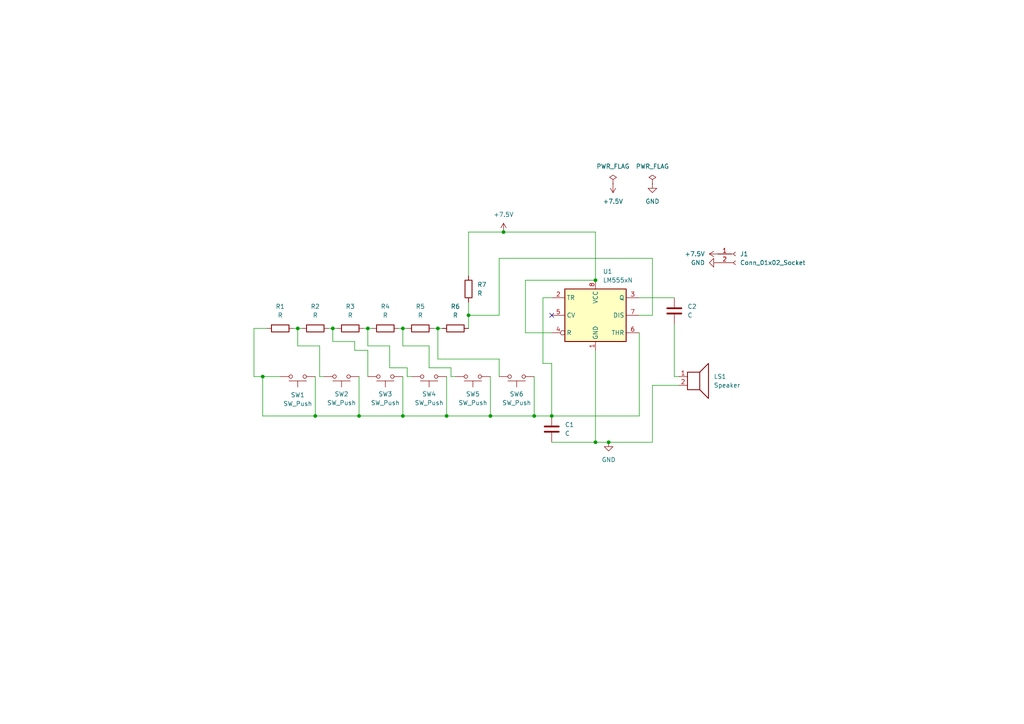
<source format=kicad_sch>
(kicad_sch (version 20250114) (generator "eeschema") (generator_version "9.0")
  (paper "A4")
  (lib_symbols
    (symbol "Connector:Conn_01x02_Socket" (pin_names (offset 1.016) (hide yes))
      (property "Reference" "J" (at 0 2.54 0))
      (property "Value" "Conn_01x02_Socket" (at 0 -5.08 0))
      (symbol "Conn_01x02_Socket_1_1"
        (polyline (pts (xy -1.27 0) (xy -0.508 0)) (stroke (width 0.1524)))
        (polyline (pts (xy -1.27 -2.54) (xy -0.508 -2.54)) (stroke (width 0.1524)))
        (arc (start 0 -0.508) (mid -0.5058 0) (end 0 0.508) (stroke (width 0.1524)))
        (arc (start 0 -3.048) (mid -0.5058 -2.54) (end 0 -2.032) (stroke (width 0.1524)))
        (pin passive line (at -5.08 0 0) (length 3.81) (name "Pin_1") (number "1"))
        (pin passive line (at -5.08 -2.54 0) (length 3.81) (name "Pin_2") (number "2"))
      )
    )
    (symbol "Device:C" (pin_numbers (hide yes)) (pin_names (offset 0.254))
      (property "Reference" "C" (at 0.635 2.54 0))
      (property "Value" "C" (at 0.635 -2.54 0))
      (symbol "C_0_1"
        (polyline (pts (xy -2.032 0.762) (xy 2.032 0.762)) (stroke (width 0.508)))
        (polyline (pts (xy -2.032 -0.762) (xy 2.032 -0.762)) (stroke (width 0.508)))
      )
      (symbol "C_1_1"
        (pin passive line (at 0 3.81 270) (length 2.794) (name "~") (number "1"))
        (pin passive line (at 0 -3.81 90) (length 2.794) (name "~") (number "2"))
      )
    )
    (symbol "Device:R" (pin_numbers (hide yes)) (pin_names (offset 0))
      (property "Reference" "R" (at 2.032 0 90))
      (property "Value" "R" (at 0 0 90))
      (symbol "R_0_1"
        (rectangle (start -1.016 -2.54) (end 1.016 2.54) (stroke (width 0.254)))
      )
      (symbol "R_1_1"
        (pin passive line (at 0 3.81 270) (length 1.27) (name "~") (number "1"))
        (pin passive line (at 0 -3.81 90) (length 1.27) (name "~") (number "2"))
      )
    )
    (symbol "Device:Speaker" (pin_names (offset 0) (hide yes))
      (property "Reference" "LS" (at 1.27 5.715 0))
      (property "Value" "Speaker" (at 1.27 3.81 0))
      (symbol "Speaker_0_0"
        (rectangle (start -2.54 1.27) (end 1.016 -3.81) (stroke (width 0.254)))
        (polyline (pts (xy 1.016 1.27) (xy 3.556 3.81) (xy 3.556 -6.35) (xy 1.016 -3.81)) (stroke (width 0.254)))
      )
      (symbol "Speaker_1_1"
        (pin input line (at -5.08 0 0) (length 2.54) (name "1") (number "1"))
        (pin input line (at -5.08 -2.54 0) (length 2.54) (name "2") (number "2"))
      )
    )
    (symbol "Switch:SW_Push" (pin_numbers (hide yes)) (pin_names (offset 1.016) (hide yes))
      (property "Reference" "SW" (at 1.27 2.54 0))
      (property "Value" "SW_Push" (at 0 -1.524 0))
      (symbol "SW_Push_0_1"
        (circle (center -2.032 0) (radius 0.508))
        (polyline (pts (xy 0 1.27) (xy 0 3.048)))
        (circle (center 2.032 0) (radius 0.508))
        (polyline (pts (xy 2.54 1.27) (xy -2.54 1.27)))
        (pin passive line (at -5.08 0 0) (length 2.54) (name "1") (number "1"))
        (pin passive line (at 5.08 0 180) (length 2.54) (name "2") (number "2"))
      )
    )
    (symbol "Timer:LM555xN"
      (property "Reference" "U" (at -10.16 8.89 0))
      (property "Value" "LM555xN" (at 2.54 8.89 0))
      (symbol "LM555xN_0_0"
        (pin power_in line (at 0 10.16 270) (length 2.54) (name "VCC") (number "8"))
        (pin power_in line (at 0 -10.16 90) (length 2.54) (name "GND") (number "1"))
      )
      (symbol "LM555xN_0_1"
        (rectangle (start -8.89 -7.62) (end 8.89 7.62) (stroke (width 0.254)) (fill (type background)))
        (rectangle (start -8.89 -7.62) (end 8.89 7.62) (stroke (width 0.254)) (fill (type background)))
      )
      (symbol "LM555xN_1_1"
        (pin input line (at -12.7 5.08 0) (length 3.81) (name "TR") (number "2"))
        (pin input line (at -12.7 0 0) (length 3.81) (name "CV") (number "5"))
        (pin input inverted (at -12.7 -5.08 0) (length 3.81) (name "R") (number "4"))
        (pin output line (at 12.7 5.08 180) (length 3.81) (name "Q") (number "3"))
        (pin input line (at 12.7 0 180) (length 3.81) (name "DIS") (number "7"))
        (pin input line (at 12.7 -5.08 180) (length 3.81) (name "THR") (number "6"))
      )
    )
    (symbol "power:+7.5V" (power) (pin_numbers (hide yes)) (pin_names (offset 0) (hide yes))
      (property "Value" "+7.5V" (at 0 3.556 0))
      (symbol "+7.5V_0_1"
        (polyline (pts (xy -0.762 1.27) (xy 0 2.54)))
        (polyline (pts (xy 0 2.54) (xy 0.762 1.27)))
        (polyline (pts (xy 0 0) (xy 0 2.54)))
      )
      (symbol "+7.5V_1_1"
        (pin power_in line (at 0 0 90) (length 0) (name "~") (number "1"))
      )
    )
    (symbol "power:GND" (power) (pin_numbers (hide yes)) (pin_names (offset 0) (hide yes))
      (property "Value" "GND" (at 0 -3.81 0))
      (symbol "GND_0_1"
        (polyline (pts (xy 0 0) (xy 0 -1.27) (xy 1.27 -1.27) (xy 0 -2.54) (xy -1.27 -1.27) (xy 0 -1.27)))
      )
      (symbol "GND_1_1"
        (pin power_in line (at 0 0 270) (length 0) (name "~") (number "1"))
      )
    )
    (symbol "power:PWR_FLAG" (power) (pin_numbers (hide yes)) (pin_names (offset 0) (hide yes))
      (property "Value" "PWR_FLAG" (at 0 3.81 0))
      (symbol "PWR_FLAG_0_0"
        (pin power_out line (at 0 0 90) (length 0) (name "~") (number "1"))
      )
      (symbol "PWR_FLAG_0_1"
        (polyline (pts (xy 0 0) (xy 0 1.27) (xy -1.016 1.905) (xy 0 2.54) (xy 1.016 1.905) (xy 0 1.27)))
      )
    )
  )
  (junction (at 160.02 120.65))
  (junction (at 96.52 95.25))
  (junction (at 116.84 95.25))
  (junction (at 154.94 120.65))
  (junction (at 142.24 120.65))
  (junction (at 86.36 95.25))
  (junction (at 146.05 67.31))
  (junction (at 129.54 120.65))
  (junction (at 172.72 81.28))
  (junction (at 76.2 109.22))
  (junction (at 127 95.25))
  (junction (at 116.84 120.65))
  (junction (at 135.89 91.44))
  (junction (at 91.44 120.65))
  (junction (at 104.14 120.65))
  (junction (at 172.72 128.27))
  (junction (at 106.68 95.25))
  (junction (at 176.53 128.27))
  (no_connect (at 160.02 91.44))
  (wire (pts (xy 118.11 106.68) (xy 118.11 109.22)))
  (wire (pts (xy 195.58 93.98) (xy 195.58 109.22)))
  (wire (pts (xy 116.84 100.33) (xy 124.46 100.33)))
  (wire (pts (xy 189.23 111.76) (xy 189.23 128.27)))
  (wire (pts (xy 127 104.14) (xy 127 95.25)))
  (wire (pts (xy 185.42 120.65) (xy 160.02 120.65)))
  (wire (pts (xy 104.14 109.22) (xy 104.14 120.65)))
  (wire (pts (xy 124.46 106.68) (xy 130.81 106.68)))
  (wire (pts (xy 116.84 120.65) (xy 129.54 120.65)))
  (wire (pts (xy 195.58 109.22) (xy 196.85 109.22)))
  (wire (pts (xy 96.52 99.06) (xy 96.52 95.25)))
  (wire (pts (xy 142.24 109.22) (xy 142.24 120.65)))
  (wire (pts (xy 189.23 128.27) (xy 176.53 128.27)))
  (wire (pts (xy 127 95.25) (xy 128.27 95.25)))
  (wire (pts (xy 129.54 109.22) (xy 129.54 120.65)))
  (wire (pts (xy 104.14 120.65) (xy 116.84 120.65)))
  (wire (pts (xy 96.52 95.25) (xy 97.79 95.25)))
  (wire (pts (xy 86.36 95.25) (xy 86.36 100.33)))
  (wire (pts (xy 135.89 87.63) (xy 135.89 91.44)))
  (wire (pts (xy 142.24 120.65) (xy 154.94 120.65)))
  (wire (pts (xy 95.25 95.25) (xy 96.52 95.25)))
  (wire (pts (xy 135.89 80.01) (xy 135.89 67.31)))
  (wire (pts (xy 135.89 91.44) (xy 135.89 95.25)))
  (wire (pts (xy 76.2 109.22) (xy 76.2 120.65)))
  (wire (pts (xy 106.68 100.33) (xy 106.68 95.25)))
  (wire (pts (xy 144.78 74.93) (xy 144.78 91.44)))
  (wire (pts (xy 102.87 99.06) (xy 96.52 99.06)))
  (wire (pts (xy 144.78 104.14) (xy 127 104.14)))
  (wire (pts (xy 135.89 67.31) (xy 146.05 67.31)))
  (wire (pts (xy 105.41 95.25) (xy 106.68 95.25)))
  (wire (pts (xy 185.42 91.44) (xy 189.23 91.44)))
  (wire (pts (xy 92.71 100.33) (xy 86.36 100.33)))
  (wire (pts (xy 189.23 91.44) (xy 189.23 74.93)))
  (wire (pts (xy 144.78 109.22) (xy 144.78 104.14)))
  (wire (pts (xy 92.71 109.22) (xy 92.71 100.33)))
  (wire (pts (xy 132.08 109.22) (xy 130.81 109.22)))
  (wire (pts (xy 157.48 86.36) (xy 157.48 105.41)))
  (wire (pts (xy 116.84 100.33) (xy 116.84 95.25)))
  (wire (pts (xy 106.68 109.22) (xy 106.68 101.6)))
  (wire (pts (xy 185.42 86.36) (xy 195.58 86.36)))
  (wire (pts (xy 172.72 101.6) (xy 172.72 128.27)))
  (wire (pts (xy 154.94 109.22) (xy 154.94 120.65)))
  (wire (pts (xy 106.68 101.6) (xy 102.87 101.6)))
  (wire (pts (xy 76.2 120.65) (xy 91.44 120.65)))
  (wire (pts (xy 129.54 120.65) (xy 142.24 120.65)))
  (wire (pts (xy 73.66 95.25) (xy 73.66 109.22)))
  (wire (pts (xy 106.68 100.33) (xy 113.03 100.33)))
  (wire (pts (xy 152.4 81.28) (xy 172.72 81.28)))
  (wire (pts (xy 189.23 74.93) (xy 144.78 74.93)))
  (wire (pts (xy 125.73 95.25) (xy 127 95.25)))
  (wire (pts (xy 106.68 95.25) (xy 107.95 95.25)))
  (wire (pts (xy 115.57 95.25) (xy 116.84 95.25)))
  (wire (pts (xy 185.42 96.52) (xy 185.42 120.65)))
  (wire (pts (xy 113.03 106.68) (xy 118.11 106.68)))
  (wire (pts (xy 160.02 96.52) (xy 152.4 96.52)))
  (wire (pts (xy 172.72 67.31) (xy 146.05 67.31)))
  (wire (pts (xy 91.44 120.65) (xy 104.14 120.65)))
  (wire (pts (xy 76.2 109.22) (xy 81.28 109.22)))
  (wire (pts (xy 172.72 67.31) (xy 172.72 81.28)))
  (wire (pts (xy 160.02 86.36) (xy 157.48 86.36)))
  (wire (pts (xy 86.36 95.25) (xy 87.63 95.25)))
  (wire (pts (xy 93.98 109.22) (xy 92.71 109.22)))
  (wire (pts (xy 119.38 109.22) (xy 118.11 109.22)))
  (wire (pts (xy 154.94 120.65) (xy 160.02 120.65)))
  (wire (pts (xy 73.66 109.22) (xy 76.2 109.22)))
  (wire (pts (xy 124.46 100.33) (xy 124.46 106.68)))
  (wire (pts (xy 144.78 91.44) (xy 135.89 91.44)))
  (wire (pts (xy 172.72 128.27) (xy 176.53 128.27)))
  (wire (pts (xy 160.02 128.27) (xy 172.72 128.27)))
  (wire (pts (xy 85.09 95.25) (xy 86.36 95.25)))
  (wire (pts (xy 77.47 95.25) (xy 73.66 95.25)))
  (wire (pts (xy 152.4 96.52) (xy 152.4 81.28)))
  (wire (pts (xy 116.84 95.25) (xy 118.11 95.25)))
  (wire (pts (xy 130.81 106.68) (xy 130.81 109.22)))
  (wire (pts (xy 160.02 105.41) (xy 160.02 120.65)))
  (wire (pts (xy 116.84 109.22) (xy 116.84 120.65)))
  (wire (pts (xy 91.44 109.22) (xy 91.44 120.65)))
  (wire (pts (xy 157.48 105.41) (xy 160.02 105.41)))
  (wire (pts (xy 113.03 100.33) (xy 113.03 106.68)))
  (wire (pts (xy 102.87 101.6) (xy 102.87 99.06)))
  (wire (pts (xy 196.85 111.76) (xy 189.23 111.76)))
  (symbol (lib_id "Switch:SW_Push") (at 124.46 109.22 180) (unit 1)
    (property "Reference" "SW4" (at 124.46 114.3 0))
    (property "Value" "SW_Push" (at 124.46 116.84 0))
    (property "Footprint" "Button_Switch_THT:SW_PUSH_6mm_H8mm" (effects (hide yes)))
    (property "Description" "Push button switch, generic, two pins" (effects (hide yes)))
  )
  (symbol (lib_id "Device:R") (at 91.44 95.25 90) (unit 1)
    (property "Reference" "R2" (at 91.44 88.9 90))
    (property "Value" "R" (at 91.44 91.44 90))
    (property "Footprint" "Resistor_THT:R_Axial_DIN0207_L6.3mm_D2.5mm_P10.16mm_Horizontal" (effects (hide yes)))
    (property "Description" "Resistor" (effects (hide yes)))
  )
  (symbol (lib_id "Device:C") (at 160.02 124.46 0) (unit 1)
    (property "Reference" "C1" (at 163.83 123.1899 0) (effects (justify left)))
    (property "Value" "C" (at 163.83 125.7299 0) (effects (justify left)))
    (property "Footprint" "Capacitor_THT:C_Disc_D5.0mm_W2.5mm_P5.00mm" (effects (hide yes)))
    (property "Description" "Unpolarized capacitor" (effects (hide yes)))
  )
  (symbol (lib_id "Switch:SW_Push") (at 99.06 109.22 180) (unit 1)
    (property "Reference" "SW2" (at 99.06 114.3 0))
    (property "Value" "SW_Push" (at 99.06 116.84 0))
    (property "Footprint" "Button_Switch_THT:SW_PUSH_6mm_H8mm" (effects (hide yes)))
    (property "Description" "Push button switch, generic, two pins" (effects (hide yes)))
  )
  (symbol (lib_id "power:+7.5V") (at 146.05 67.31 0) (unit 1)
    (property "Reference" "#PWR01" (effects (hide yes)))
    (property "Value" "+7.5V" (at 146.05 62.23 0))
    (property "Description" "Power symbol creates a global label with name \"+7.5V\"" (effects (hide yes)))
  )
  (symbol (lib_id "Device:R") (at 135.89 83.82 180) (unit 1)
    (property "Reference" "R7" (at 138.43 82.5499 0) (effects (justify right)))
    (property "Value" "R" (at 138.43 85.0899 0) (effects (justify right)))
    (property "Footprint" "Resistor_THT:R_Axial_DIN0207_L6.3mm_D2.5mm_P10.16mm_Horizontal" (effects (hide yes)))
    (property "Description" "Resistor" (effects (hide yes)))
  )
  (symbol (lib_id "Switch:SW_Push") (at 111.76 109.22 180) (unit 1)
    (property "Reference" "SW3" (at 111.76 114.3 0))
    (property "Value" "SW_Push" (at 111.76 116.84 0))
    (property "Footprint" "Button_Switch_THT:SW_PUSH_6mm_H8mm" (effects (hide yes)))
    (property "Description" "Push button switch, generic, two pins" (effects (hide yes)))
  )
  (symbol (lib_id "Device:R") (at 101.6 95.25 90) (unit 1)
    (property "Reference" "R3" (at 101.6 88.9 90))
    (property "Value" "R" (at 101.6 91.44 90))
    (property "Footprint" "Resistor_THT:R_Axial_DIN0207_L6.3mm_D2.5mm_P10.16mm_Horizontal" (effects (hide yes)))
    (property "Description" "Resistor" (effects (hide yes)))
  )
  (symbol (lib_id "Device:R") (at 132.08 95.25 90) (unit 1)
    (property "Reference" "R6" (at 132.08 88.9 90))
    (property "Value" "R" (at 132.08 91.44 90))
    (property "Footprint" "Resistor_THT:R_Axial_DIN0207_L6.3mm_D2.5mm_P10.16mm_Horizontal" (effects (hide yes)))
    (property "Description" "Resistor" (effects (hide yes)))
  )
  (symbol (lib_id "Switch:SW_Push") (at 86.36 109.22 180) (unit 1)
    (property "Reference" "SW1" (at 86.36 114.554 0))
    (property "Value" "SW_Push" (at 86.36 117.094 0))
    (property "Footprint" "Button_Switch_THT:SW_PUSH_6mm_H8mm" (effects (hide yes)))
    (property "Description" "Push button switch, generic, two pins" (effects (hide yes)))
  )
  (symbol (lib_id "power:PWR_FLAG") (at 177.8 53.34 0) (unit 1)
    (property "Reference" "#FLG01" (effects (hide yes)))
    (property "Value" "PWR_FLAG" (at 177.8 48.26 0))
    (property "Description" "Special symbol for telling ERC where power comes from" (effects (hide yes)))
  )
  (symbol (lib_id "power:+7.5V") (at 208.28 73.66 90) (unit 1)
    (property "Reference" "#PWR03" (effects (hide yes)))
    (property "Value" "+7.5V" (at 204.47 73.6599 90) (effects (justify left)))
    (property "Description" "Power symbol creates a global label with name \"+7.5V\"" (effects (hide yes)))
  )
  (symbol (lib_id "Device:R") (at 111.76 95.25 90) (unit 1)
    (property "Reference" "R4" (at 111.76 88.9 90))
    (property "Value" "R" (at 111.76 91.44 90))
    (property "Footprint" "Resistor_THT:R_Axial_DIN0207_L6.3mm_D2.5mm_P10.16mm_Horizontal" (effects (hide yes)))
    (property "Description" "Resistor" (effects (hide yes)))
  )
  (symbol (lib_id "Connector:Conn_01x02_Socket") (at 213.36 73.66 0) (unit 1)
    (property "Reference" "J1" (at 214.63 73.6599 0) (effects (justify left)))
    (property "Value" "Conn_01x02_Socket" (at 214.63 76.1999 0) (effects (justify left)))
    (property "Footprint" "TerminalBlock_Phoenix:TerminalBlock_Phoenix_MKDS-1,5-2_1x02_P5.00mm_Horizontal" (effects (hide yes)))
    (property "Description" "Generic connector, single row, 01x02, script generated" (effects (hide yes)))
  )
  (symbol (lib_id "Device:C") (at 195.58 90.17 0) (unit 1)
    (property "Reference" "C2" (at 199.39 88.8999 0) (effects (justify left)))
    (property "Value" "C" (at 199.39 91.4399 0) (effects (justify left)))
    (property "Footprint" "Capacitor_THT:C_Disc_D5.0mm_W2.5mm_P5.00mm" (effects (hide yes)))
    (property "Description" "Unpolarized capacitor" (effects (hide yes)))
  )
  (symbol (lib_id "Device:R") (at 121.92 95.25 90) (unit 1)
    (property "Reference" "R5" (at 121.92 88.9 90))
    (property "Value" "R" (at 121.92 91.44 90))
    (property "Footprint" "Resistor_THT:R_Axial_DIN0207_L6.3mm_D2.5mm_P10.16mm_Horizontal" (effects (hide yes)))
    (property "Description" "Resistor" (effects (hide yes)))
  )
  (symbol (lib_id "power:PWR_FLAG") (at 189.23 53.34 0) (unit 1)
    (property "Reference" "#FLG02" (effects (hide yes)))
    (property "Value" "PWR_FLAG" (at 189.23 48.26 0))
    (property "Description" "Special symbol for telling ERC where power comes from" (effects (hide yes)))
  )
  (symbol (lib_id "Switch:SW_Push") (at 137.16 109.22 180) (unit 1)
    (property "Reference" "SW5" (at 137.16 114.3 0))
    (property "Value" "SW_Push" (at 137.16 116.84 0))
    (property "Footprint" "Button_Switch_THT:SW_PUSH_6mm_H8mm" (effects (hide yes)))
    (property "Description" "Push button switch, generic, two pins" (effects (hide yes)))
  )
  (symbol (lib_id "power:GND") (at 208.28 76.2 270) (unit 1)
    (property "Reference" "#PWR04" (effects (hide yes)))
    (property "Value" "GND" (at 204.47 76.1999 90) (effects (justify right)))
    (property "Description" "Power symbol creates a global label with name \"GND\" , ground" (effects (hide yes)))
  )
  (symbol (lib_id "power:GND") (at 176.53 128.27 0) (unit 1)
    (property "Reference" "#PWR02" (effects (hide yes)))
    (property "Value" "GND" (at 176.53 133.35 0))
    (property "Description" "Power symbol creates a global label with name \"GND\" , ground" (effects (hide yes)))
  )
  (symbol (lib_id "Device:Speaker") (at 201.93 109.22 0) (unit 1)
    (property "Reference" "LS1" (at 207.01 109.2199 0) (effects (justify left)))
    (property "Value" "Speaker" (at 207.01 111.7599 0) (effects (justify left)))
    (property "Footprint" "TerminalBlock_Phoenix:TerminalBlock_Phoenix_MKDS-1,5-2_1x02_P5.00mm_Horizontal" (effects (hide yes)))
    (property "Description" "Speaker" (effects (hide yes)))
  )
  (symbol (lib_id "power:GND") (at 189.23 53.34 0) (unit 1)
    (property "Reference" "#PWR06" (effects (hide yes)))
    (property "Value" "GND" (at 189.23 58.42 0))
    (property "Description" "Power symbol creates a global label with name \"GND\" , ground" (effects (hide yes)))
  )
  (symbol (lib_id "Timer:LM555xN") (at 172.72 91.44 0) (unit 1)
    (property "Reference" "U1" (at 174.8633 78.74 0) (effects (justify left)))
    (property "Value" "LM555xN" (at 174.8633 81.28 0) (effects (justify left)))
    (property "Footprint" "Package_DIP:DIP-8_W7.62mm" (effects (hide yes)))
    (property "Datasheet" "http://www.ti.com/lit/ds/symlink/lm555.pdf" (effects (hide yes)))
    (property "Description" "Timer, 555 compatible, PDIP-8" (effects (hide yes)))
  )
  (symbol (lib_id "Switch:SW_Push") (at 149.86 109.22 180) (unit 1)
    (property "Reference" "SW6" (at 149.86 114.3 0))
    (property "Value" "SW_Push" (at 149.86 116.84 0))
    (property "Footprint" "Button_Switch_THT:SW_PUSH_6mm_H8mm" (effects (hide yes)))
    (property "Description" "Push button switch, generic, two pins" (effects (hide yes)))
  )
  (symbol (lib_id "Device:R") (at 81.28 95.25 90) (unit 1)
    (property "Reference" "R1" (at 81.28 88.9 90))
    (property "Value" "R" (at 81.28 91.44 90))
    (property "Footprint" "Resistor_THT:R_Axial_DIN0207_L6.3mm_D2.5mm_P10.16mm_Horizontal" (effects (hide yes)))
    (property "Description" "Resistor" (effects (hide yes)))
  )
  (symbol (lib_id "power:+7.5V") (at 177.8 53.34 180) (unit 1)
    (property "Reference" "#PWR05" (effects (hide yes)))
    (property "Value" "+7.5V" (at 177.8 58.42 0))
    (property "Description" "Power symbol creates a global label with name \"+7.5V\"" (effects (hide yes)))
  )
)
</source>
